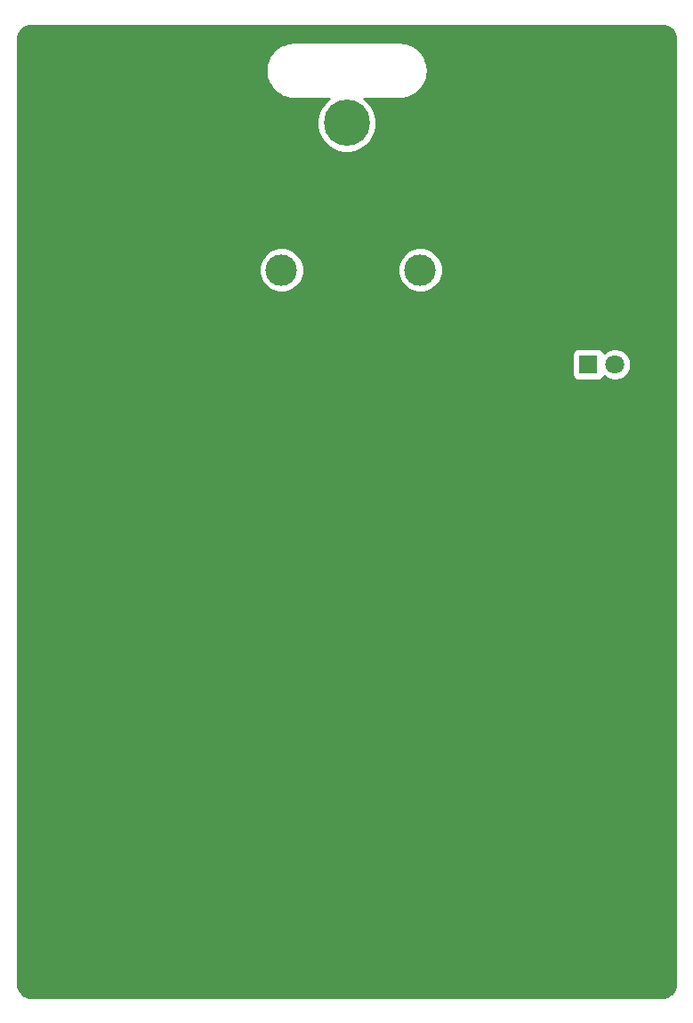
<source format=gtl>
G04 #@! TF.GenerationSoftware,KiCad,Pcbnew,5.1.2*
G04 #@! TF.CreationDate,2019-10-11T22:10:39-04:00*
G04 #@! TF.ProjectId,rochester_makerfaire,726f6368-6573-4746-9572-5f6d616b6572,rev?*
G04 #@! TF.SameCoordinates,Original*
G04 #@! TF.FileFunction,Copper,L1,Top*
G04 #@! TF.FilePolarity,Positive*
%FSLAX46Y46*%
G04 Gerber Fmt 4.6, Leading zero omitted, Abs format (unit mm)*
G04 Created by KiCad (PCBNEW 5.1.2) date 2019-10-11 22:10:39*
%MOMM*%
%LPD*%
G04 APERTURE LIST*
%ADD10C,4.400000*%
%ADD11C,1.800000*%
%ADD12R,1.800000X1.800000*%
%ADD13C,3.000000*%
%ADD14C,0.254000*%
G04 APERTURE END LIST*
D10*
X82000000Y-58000000D03*
D11*
X107540000Y-81000000D03*
D12*
X105000000Y-81000000D03*
D13*
X75800000Y-72000000D03*
X89000000Y-72000000D03*
D14*
G36*
X112249899Y-48737907D02*
G01*
X112490285Y-48810484D01*
X112711991Y-48928368D01*
X112906577Y-49087068D01*
X113066635Y-49280545D01*
X113186064Y-49501424D01*
X113260317Y-49741297D01*
X113290000Y-50023716D01*
X113290001Y-139965269D01*
X113262093Y-140249899D01*
X113189517Y-140490282D01*
X113071633Y-140711989D01*
X112912929Y-140906580D01*
X112719455Y-141066635D01*
X112498576Y-141186064D01*
X112258701Y-141260317D01*
X111976291Y-141290000D01*
X52034721Y-141290000D01*
X51750101Y-141262093D01*
X51509718Y-141189517D01*
X51288011Y-141071633D01*
X51093420Y-140912929D01*
X50933365Y-140719455D01*
X50813936Y-140498576D01*
X50739683Y-140258701D01*
X50710000Y-139976291D01*
X50710000Y-80100000D01*
X103461928Y-80100000D01*
X103461928Y-81900000D01*
X103474188Y-82024482D01*
X103510498Y-82144180D01*
X103569463Y-82254494D01*
X103648815Y-82351185D01*
X103745506Y-82430537D01*
X103855820Y-82489502D01*
X103975518Y-82525812D01*
X104100000Y-82538072D01*
X105900000Y-82538072D01*
X106024482Y-82525812D01*
X106144180Y-82489502D01*
X106254494Y-82430537D01*
X106351185Y-82351185D01*
X106430537Y-82254494D01*
X106489502Y-82144180D01*
X106495056Y-82125873D01*
X106561495Y-82192312D01*
X106812905Y-82360299D01*
X107092257Y-82476011D01*
X107388816Y-82535000D01*
X107691184Y-82535000D01*
X107987743Y-82476011D01*
X108267095Y-82360299D01*
X108518505Y-82192312D01*
X108732312Y-81978505D01*
X108900299Y-81727095D01*
X109016011Y-81447743D01*
X109075000Y-81151184D01*
X109075000Y-80848816D01*
X109016011Y-80552257D01*
X108900299Y-80272905D01*
X108732312Y-80021495D01*
X108518505Y-79807688D01*
X108267095Y-79639701D01*
X107987743Y-79523989D01*
X107691184Y-79465000D01*
X107388816Y-79465000D01*
X107092257Y-79523989D01*
X106812905Y-79639701D01*
X106561495Y-79807688D01*
X106495056Y-79874127D01*
X106489502Y-79855820D01*
X106430537Y-79745506D01*
X106351185Y-79648815D01*
X106254494Y-79569463D01*
X106144180Y-79510498D01*
X106024482Y-79474188D01*
X105900000Y-79461928D01*
X104100000Y-79461928D01*
X103975518Y-79474188D01*
X103855820Y-79510498D01*
X103745506Y-79569463D01*
X103648815Y-79648815D01*
X103569463Y-79745506D01*
X103510498Y-79855820D01*
X103474188Y-79975518D01*
X103461928Y-80100000D01*
X50710000Y-80100000D01*
X50710000Y-71789721D01*
X73665000Y-71789721D01*
X73665000Y-72210279D01*
X73747047Y-72622756D01*
X73907988Y-73011302D01*
X74141637Y-73360983D01*
X74439017Y-73658363D01*
X74788698Y-73892012D01*
X75177244Y-74052953D01*
X75589721Y-74135000D01*
X76010279Y-74135000D01*
X76422756Y-74052953D01*
X76811302Y-73892012D01*
X77160983Y-73658363D01*
X77458363Y-73360983D01*
X77692012Y-73011302D01*
X77852953Y-72622756D01*
X77935000Y-72210279D01*
X77935000Y-71789721D01*
X86865000Y-71789721D01*
X86865000Y-72210279D01*
X86947047Y-72622756D01*
X87107988Y-73011302D01*
X87341637Y-73360983D01*
X87639017Y-73658363D01*
X87988698Y-73892012D01*
X88377244Y-74052953D01*
X88789721Y-74135000D01*
X89210279Y-74135000D01*
X89622756Y-74052953D01*
X90011302Y-73892012D01*
X90360983Y-73658363D01*
X90658363Y-73360983D01*
X90892012Y-73011302D01*
X91052953Y-72622756D01*
X91135000Y-72210279D01*
X91135000Y-71789721D01*
X91052953Y-71377244D01*
X90892012Y-70988698D01*
X90658363Y-70639017D01*
X90360983Y-70341637D01*
X90011302Y-70107988D01*
X89622756Y-69947047D01*
X89210279Y-69865000D01*
X88789721Y-69865000D01*
X88377244Y-69947047D01*
X87988698Y-70107988D01*
X87639017Y-70341637D01*
X87341637Y-70639017D01*
X87107988Y-70988698D01*
X86947047Y-71377244D01*
X86865000Y-71789721D01*
X77935000Y-71789721D01*
X77852953Y-71377244D01*
X77692012Y-70988698D01*
X77458363Y-70639017D01*
X77160983Y-70341637D01*
X76811302Y-70107988D01*
X76422756Y-69947047D01*
X76010279Y-69865000D01*
X75589721Y-69865000D01*
X75177244Y-69947047D01*
X74788698Y-70107988D01*
X74439017Y-70341637D01*
X74141637Y-70639017D01*
X73907988Y-70988698D01*
X73747047Y-71377244D01*
X73665000Y-71789721D01*
X50710000Y-71789721D01*
X50710000Y-52949615D01*
X74292971Y-52949615D01*
X74293420Y-53013931D01*
X74292971Y-53078313D01*
X74293939Y-53088179D01*
X74334739Y-53476371D01*
X74347677Y-53539396D01*
X74359737Y-53602618D01*
X74362602Y-53612109D01*
X74478026Y-53984983D01*
X74502960Y-54044299D01*
X74527069Y-54103971D01*
X74531723Y-54112724D01*
X74717374Y-54456079D01*
X74753356Y-54509424D01*
X74788596Y-54563276D01*
X74794861Y-54570958D01*
X75043668Y-54871713D01*
X75089323Y-54917050D01*
X75134353Y-54963033D01*
X75141991Y-54969351D01*
X75444476Y-55216052D01*
X75498041Y-55251640D01*
X75551171Y-55288020D01*
X75559891Y-55292734D01*
X75904533Y-55475984D01*
X75963995Y-55500492D01*
X76023177Y-55525858D01*
X76032647Y-55528789D01*
X76406318Y-55641607D01*
X76469456Y-55654108D01*
X76532388Y-55667485D01*
X76542247Y-55668521D01*
X76929984Y-55706539D01*
X76965123Y-55710000D01*
X80324363Y-55710000D01*
X80192793Y-55797912D01*
X79797912Y-56192793D01*
X79487656Y-56657124D01*
X79273948Y-57173061D01*
X79165000Y-57720777D01*
X79165000Y-58279223D01*
X79273948Y-58826939D01*
X79487656Y-59342876D01*
X79797912Y-59807207D01*
X80192793Y-60202088D01*
X80657124Y-60512344D01*
X81173061Y-60726052D01*
X81720777Y-60835000D01*
X82279223Y-60835000D01*
X82826939Y-60726052D01*
X83342876Y-60512344D01*
X83807207Y-60202088D01*
X84202088Y-59807207D01*
X84512344Y-59342876D01*
X84726052Y-58826939D01*
X84835000Y-58279223D01*
X84835000Y-57720777D01*
X84726052Y-57173061D01*
X84512344Y-56657124D01*
X84202088Y-56192793D01*
X83807207Y-55797912D01*
X83675637Y-55710000D01*
X87034877Y-55710000D01*
X87071257Y-55706417D01*
X87097208Y-55706417D01*
X87107067Y-55705380D01*
X87494967Y-55661870D01*
X87557888Y-55648496D01*
X87621035Y-55635992D01*
X87630504Y-55633061D01*
X88002565Y-55515037D01*
X88061661Y-55489708D01*
X88121210Y-55465164D01*
X88129930Y-55460448D01*
X88471980Y-55272404D01*
X88525050Y-55236066D01*
X88578675Y-55200438D01*
X88586313Y-55194119D01*
X88885324Y-54943219D01*
X88930321Y-54897270D01*
X88976010Y-54851898D01*
X88982275Y-54844216D01*
X89226859Y-54540015D01*
X89262074Y-54486201D01*
X89298080Y-54432819D01*
X89302734Y-54424066D01*
X89483572Y-54078154D01*
X89507663Y-54018527D01*
X89532616Y-53959166D01*
X89535481Y-53949676D01*
X89645688Y-53575226D01*
X89657748Y-53512008D01*
X89670686Y-53448977D01*
X89671653Y-53439111D01*
X89707029Y-53050385D01*
X89706580Y-52986069D01*
X89707029Y-52921687D01*
X89706061Y-52911821D01*
X89665260Y-52523628D01*
X89652330Y-52460640D01*
X89640263Y-52397381D01*
X89637398Y-52387891D01*
X89521974Y-52015016D01*
X89497029Y-51955675D01*
X89472931Y-51896029D01*
X89468277Y-51887276D01*
X89282626Y-51543921D01*
X89246644Y-51490576D01*
X89211404Y-51436724D01*
X89205138Y-51429042D01*
X88956332Y-51128287D01*
X88910677Y-51082950D01*
X88865647Y-51036967D01*
X88858009Y-51030648D01*
X88555524Y-50783948D01*
X88501941Y-50748348D01*
X88448828Y-50711980D01*
X88440108Y-50707265D01*
X88095467Y-50524016D01*
X88035993Y-50499503D01*
X87976823Y-50474142D01*
X87967353Y-50471211D01*
X87593681Y-50358393D01*
X87530551Y-50345893D01*
X87467612Y-50332515D01*
X87457753Y-50331479D01*
X87070016Y-50293461D01*
X87034877Y-50290000D01*
X76965123Y-50290000D01*
X76928743Y-50293583D01*
X76902792Y-50293583D01*
X76892933Y-50294620D01*
X76505034Y-50338130D01*
X76442127Y-50351501D01*
X76378965Y-50364008D01*
X76369496Y-50366939D01*
X75997435Y-50484963D01*
X75938314Y-50510303D01*
X75878791Y-50534836D01*
X75870071Y-50539551D01*
X75528020Y-50727596D01*
X75474966Y-50763923D01*
X75421325Y-50799562D01*
X75413687Y-50805882D01*
X75114676Y-51056781D01*
X75069644Y-51102767D01*
X75023991Y-51148102D01*
X75017725Y-51155784D01*
X74773141Y-51459985D01*
X74737916Y-51513814D01*
X74701920Y-51567181D01*
X74697266Y-51575934D01*
X74516427Y-51921847D01*
X74492312Y-51981533D01*
X74467384Y-52040834D01*
X74464519Y-52050324D01*
X74354312Y-52424774D01*
X74342251Y-52488000D01*
X74329314Y-52551024D01*
X74328347Y-52560890D01*
X74292971Y-52949615D01*
X50710000Y-52949615D01*
X50710000Y-50034721D01*
X50737907Y-49750101D01*
X50810484Y-49509715D01*
X50928368Y-49288009D01*
X51087068Y-49093423D01*
X51280545Y-48933365D01*
X51501424Y-48813936D01*
X51741297Y-48739683D01*
X52023716Y-48710000D01*
X111965279Y-48710000D01*
X112249899Y-48737907D01*
X112249899Y-48737907D01*
G37*
X112249899Y-48737907D02*
X112490285Y-48810484D01*
X112711991Y-48928368D01*
X112906577Y-49087068D01*
X113066635Y-49280545D01*
X113186064Y-49501424D01*
X113260317Y-49741297D01*
X113290000Y-50023716D01*
X113290001Y-139965269D01*
X113262093Y-140249899D01*
X113189517Y-140490282D01*
X113071633Y-140711989D01*
X112912929Y-140906580D01*
X112719455Y-141066635D01*
X112498576Y-141186064D01*
X112258701Y-141260317D01*
X111976291Y-141290000D01*
X52034721Y-141290000D01*
X51750101Y-141262093D01*
X51509718Y-141189517D01*
X51288011Y-141071633D01*
X51093420Y-140912929D01*
X50933365Y-140719455D01*
X50813936Y-140498576D01*
X50739683Y-140258701D01*
X50710000Y-139976291D01*
X50710000Y-80100000D01*
X103461928Y-80100000D01*
X103461928Y-81900000D01*
X103474188Y-82024482D01*
X103510498Y-82144180D01*
X103569463Y-82254494D01*
X103648815Y-82351185D01*
X103745506Y-82430537D01*
X103855820Y-82489502D01*
X103975518Y-82525812D01*
X104100000Y-82538072D01*
X105900000Y-82538072D01*
X106024482Y-82525812D01*
X106144180Y-82489502D01*
X106254494Y-82430537D01*
X106351185Y-82351185D01*
X106430537Y-82254494D01*
X106489502Y-82144180D01*
X106495056Y-82125873D01*
X106561495Y-82192312D01*
X106812905Y-82360299D01*
X107092257Y-82476011D01*
X107388816Y-82535000D01*
X107691184Y-82535000D01*
X107987743Y-82476011D01*
X108267095Y-82360299D01*
X108518505Y-82192312D01*
X108732312Y-81978505D01*
X108900299Y-81727095D01*
X109016011Y-81447743D01*
X109075000Y-81151184D01*
X109075000Y-80848816D01*
X109016011Y-80552257D01*
X108900299Y-80272905D01*
X108732312Y-80021495D01*
X108518505Y-79807688D01*
X108267095Y-79639701D01*
X107987743Y-79523989D01*
X107691184Y-79465000D01*
X107388816Y-79465000D01*
X107092257Y-79523989D01*
X106812905Y-79639701D01*
X106561495Y-79807688D01*
X106495056Y-79874127D01*
X106489502Y-79855820D01*
X106430537Y-79745506D01*
X106351185Y-79648815D01*
X106254494Y-79569463D01*
X106144180Y-79510498D01*
X106024482Y-79474188D01*
X105900000Y-79461928D01*
X104100000Y-79461928D01*
X103975518Y-79474188D01*
X103855820Y-79510498D01*
X103745506Y-79569463D01*
X103648815Y-79648815D01*
X103569463Y-79745506D01*
X103510498Y-79855820D01*
X103474188Y-79975518D01*
X103461928Y-80100000D01*
X50710000Y-80100000D01*
X50710000Y-71789721D01*
X73665000Y-71789721D01*
X73665000Y-72210279D01*
X73747047Y-72622756D01*
X73907988Y-73011302D01*
X74141637Y-73360983D01*
X74439017Y-73658363D01*
X74788698Y-73892012D01*
X75177244Y-74052953D01*
X75589721Y-74135000D01*
X76010279Y-74135000D01*
X76422756Y-74052953D01*
X76811302Y-73892012D01*
X77160983Y-73658363D01*
X77458363Y-73360983D01*
X77692012Y-73011302D01*
X77852953Y-72622756D01*
X77935000Y-72210279D01*
X77935000Y-71789721D01*
X86865000Y-71789721D01*
X86865000Y-72210279D01*
X86947047Y-72622756D01*
X87107988Y-73011302D01*
X87341637Y-73360983D01*
X87639017Y-73658363D01*
X87988698Y-73892012D01*
X88377244Y-74052953D01*
X88789721Y-74135000D01*
X89210279Y-74135000D01*
X89622756Y-74052953D01*
X90011302Y-73892012D01*
X90360983Y-73658363D01*
X90658363Y-73360983D01*
X90892012Y-73011302D01*
X91052953Y-72622756D01*
X91135000Y-72210279D01*
X91135000Y-71789721D01*
X91052953Y-71377244D01*
X90892012Y-70988698D01*
X90658363Y-70639017D01*
X90360983Y-70341637D01*
X90011302Y-70107988D01*
X89622756Y-69947047D01*
X89210279Y-69865000D01*
X88789721Y-69865000D01*
X88377244Y-69947047D01*
X87988698Y-70107988D01*
X87639017Y-70341637D01*
X87341637Y-70639017D01*
X87107988Y-70988698D01*
X86947047Y-71377244D01*
X86865000Y-71789721D01*
X77935000Y-71789721D01*
X77852953Y-71377244D01*
X77692012Y-70988698D01*
X77458363Y-70639017D01*
X77160983Y-70341637D01*
X76811302Y-70107988D01*
X76422756Y-69947047D01*
X76010279Y-69865000D01*
X75589721Y-69865000D01*
X75177244Y-69947047D01*
X74788698Y-70107988D01*
X74439017Y-70341637D01*
X74141637Y-70639017D01*
X73907988Y-70988698D01*
X73747047Y-71377244D01*
X73665000Y-71789721D01*
X50710000Y-71789721D01*
X50710000Y-52949615D01*
X74292971Y-52949615D01*
X74293420Y-53013931D01*
X74292971Y-53078313D01*
X74293939Y-53088179D01*
X74334739Y-53476371D01*
X74347677Y-53539396D01*
X74359737Y-53602618D01*
X74362602Y-53612109D01*
X74478026Y-53984983D01*
X74502960Y-54044299D01*
X74527069Y-54103971D01*
X74531723Y-54112724D01*
X74717374Y-54456079D01*
X74753356Y-54509424D01*
X74788596Y-54563276D01*
X74794861Y-54570958D01*
X75043668Y-54871713D01*
X75089323Y-54917050D01*
X75134353Y-54963033D01*
X75141991Y-54969351D01*
X75444476Y-55216052D01*
X75498041Y-55251640D01*
X75551171Y-55288020D01*
X75559891Y-55292734D01*
X75904533Y-55475984D01*
X75963995Y-55500492D01*
X76023177Y-55525858D01*
X76032647Y-55528789D01*
X76406318Y-55641607D01*
X76469456Y-55654108D01*
X76532388Y-55667485D01*
X76542247Y-55668521D01*
X76929984Y-55706539D01*
X76965123Y-55710000D01*
X80324363Y-55710000D01*
X80192793Y-55797912D01*
X79797912Y-56192793D01*
X79487656Y-56657124D01*
X79273948Y-57173061D01*
X79165000Y-57720777D01*
X79165000Y-58279223D01*
X79273948Y-58826939D01*
X79487656Y-59342876D01*
X79797912Y-59807207D01*
X80192793Y-60202088D01*
X80657124Y-60512344D01*
X81173061Y-60726052D01*
X81720777Y-60835000D01*
X82279223Y-60835000D01*
X82826939Y-60726052D01*
X83342876Y-60512344D01*
X83807207Y-60202088D01*
X84202088Y-59807207D01*
X84512344Y-59342876D01*
X84726052Y-58826939D01*
X84835000Y-58279223D01*
X84835000Y-57720777D01*
X84726052Y-57173061D01*
X84512344Y-56657124D01*
X84202088Y-56192793D01*
X83807207Y-55797912D01*
X83675637Y-55710000D01*
X87034877Y-55710000D01*
X87071257Y-55706417D01*
X87097208Y-55706417D01*
X87107067Y-55705380D01*
X87494967Y-55661870D01*
X87557888Y-55648496D01*
X87621035Y-55635992D01*
X87630504Y-55633061D01*
X88002565Y-55515037D01*
X88061661Y-55489708D01*
X88121210Y-55465164D01*
X88129930Y-55460448D01*
X88471980Y-55272404D01*
X88525050Y-55236066D01*
X88578675Y-55200438D01*
X88586313Y-55194119D01*
X88885324Y-54943219D01*
X88930321Y-54897270D01*
X88976010Y-54851898D01*
X88982275Y-54844216D01*
X89226859Y-54540015D01*
X89262074Y-54486201D01*
X89298080Y-54432819D01*
X89302734Y-54424066D01*
X89483572Y-54078154D01*
X89507663Y-54018527D01*
X89532616Y-53959166D01*
X89535481Y-53949676D01*
X89645688Y-53575226D01*
X89657748Y-53512008D01*
X89670686Y-53448977D01*
X89671653Y-53439111D01*
X89707029Y-53050385D01*
X89706580Y-52986069D01*
X89707029Y-52921687D01*
X89706061Y-52911821D01*
X89665260Y-52523628D01*
X89652330Y-52460640D01*
X89640263Y-52397381D01*
X89637398Y-52387891D01*
X89521974Y-52015016D01*
X89497029Y-51955675D01*
X89472931Y-51896029D01*
X89468277Y-51887276D01*
X89282626Y-51543921D01*
X89246644Y-51490576D01*
X89211404Y-51436724D01*
X89205138Y-51429042D01*
X88956332Y-51128287D01*
X88910677Y-51082950D01*
X88865647Y-51036967D01*
X88858009Y-51030648D01*
X88555524Y-50783948D01*
X88501941Y-50748348D01*
X88448828Y-50711980D01*
X88440108Y-50707265D01*
X88095467Y-50524016D01*
X88035993Y-50499503D01*
X87976823Y-50474142D01*
X87967353Y-50471211D01*
X87593681Y-50358393D01*
X87530551Y-50345893D01*
X87467612Y-50332515D01*
X87457753Y-50331479D01*
X87070016Y-50293461D01*
X87034877Y-50290000D01*
X76965123Y-50290000D01*
X76928743Y-50293583D01*
X76902792Y-50293583D01*
X76892933Y-50294620D01*
X76505034Y-50338130D01*
X76442127Y-50351501D01*
X76378965Y-50364008D01*
X76369496Y-50366939D01*
X75997435Y-50484963D01*
X75938314Y-50510303D01*
X75878791Y-50534836D01*
X75870071Y-50539551D01*
X75528020Y-50727596D01*
X75474966Y-50763923D01*
X75421325Y-50799562D01*
X75413687Y-50805882D01*
X75114676Y-51056781D01*
X75069644Y-51102767D01*
X75023991Y-51148102D01*
X75017725Y-51155784D01*
X74773141Y-51459985D01*
X74737916Y-51513814D01*
X74701920Y-51567181D01*
X74697266Y-51575934D01*
X74516427Y-51921847D01*
X74492312Y-51981533D01*
X74467384Y-52040834D01*
X74464519Y-52050324D01*
X74354312Y-52424774D01*
X74342251Y-52488000D01*
X74329314Y-52551024D01*
X74328347Y-52560890D01*
X74292971Y-52949615D01*
X50710000Y-52949615D01*
X50710000Y-50034721D01*
X50737907Y-49750101D01*
X50810484Y-49509715D01*
X50928368Y-49288009D01*
X51087068Y-49093423D01*
X51280545Y-48933365D01*
X51501424Y-48813936D01*
X51741297Y-48739683D01*
X52023716Y-48710000D01*
X111965279Y-48710000D01*
X112249899Y-48737907D01*
M02*

</source>
